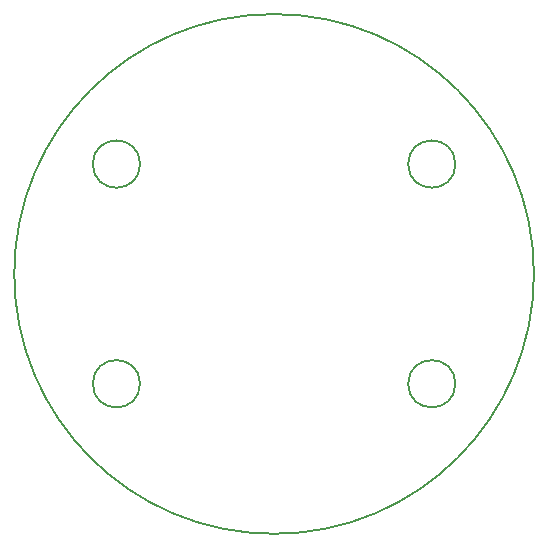
<source format=gbr>
%TF.GenerationSoftware,KiCad,Pcbnew,(6.0.8)*%
%TF.CreationDate,2022-11-18T04:38:56-05:00*%
%TF.ProjectId,Armstrong_v2.0,41726d73-7472-46f6-9e67-5f76322e302e,rev?*%
%TF.SameCoordinates,Original*%
%TF.FileFunction,Profile,NP*%
%FSLAX46Y46*%
G04 Gerber Fmt 4.6, Leading zero omitted, Abs format (unit mm)*
G04 Created by KiCad (PCBNEW (6.0.8)) date 2022-11-18 04:38:56*
%MOMM*%
%LPD*%
G01*
G04 APERTURE LIST*
%TA.AperFunction,Profile*%
%ADD10C,0.200000*%
%TD*%
G04 APERTURE END LIST*
D10*
X88650000Y-90700000D02*
G75*
G03*
X88650000Y-90700000I-2000000J0D01*
G01*
X115350000Y-109300000D02*
G75*
G03*
X115350000Y-109300000I-2000000J0D01*
G01*
X115350000Y-90700000D02*
G75*
G03*
X115350000Y-90700000I-2000000J0D01*
G01*
X122000000Y-100000000D02*
G75*
G03*
X122000000Y-100000000I-22000000J0D01*
G01*
X88650000Y-109300000D02*
G75*
G03*
X88650000Y-109300000I-2000000J0D01*
G01*
M02*

</source>
